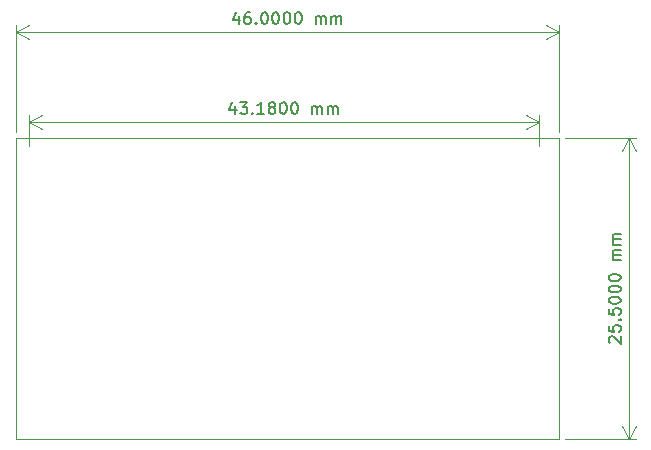
<source format=gbr>
%TF.GenerationSoftware,KiCad,Pcbnew,8.0.8*%
%TF.CreationDate,2025-03-02T20:19:54-05:00*%
%TF.ProjectId,VCU MPR V2.0,56435520-4d50-4522-9056-322e302e6b69,rev?*%
%TF.SameCoordinates,Original*%
%TF.FileFunction,Profile,NP*%
%FSLAX46Y46*%
G04 Gerber Fmt 4.6, Leading zero omitted, Abs format (unit mm)*
G04 Created by KiCad (PCBNEW 8.0.8) date 2025-03-02 20:19:54*
%MOMM*%
%LPD*%
G01*
G04 APERTURE LIST*
%TA.AperFunction,Profile*%
%ADD10C,0.050000*%
%TD*%
%ADD11C,0.150000*%
G04 APERTURE END LIST*
D10*
X75100000Y-49590000D02*
X121100000Y-49590000D01*
X121100000Y-75090000D01*
X75100000Y-75090000D01*
X75100000Y-49590000D01*
D11*
X125400057Y-66959046D02*
X125352438Y-66911427D01*
X125352438Y-66911427D02*
X125304819Y-66816189D01*
X125304819Y-66816189D02*
X125304819Y-66578094D01*
X125304819Y-66578094D02*
X125352438Y-66482856D01*
X125352438Y-66482856D02*
X125400057Y-66435237D01*
X125400057Y-66435237D02*
X125495295Y-66387618D01*
X125495295Y-66387618D02*
X125590533Y-66387618D01*
X125590533Y-66387618D02*
X125733390Y-66435237D01*
X125733390Y-66435237D02*
X126304819Y-67006665D01*
X126304819Y-67006665D02*
X126304819Y-66387618D01*
X125304819Y-65482856D02*
X125304819Y-65959046D01*
X125304819Y-65959046D02*
X125781009Y-66006665D01*
X125781009Y-66006665D02*
X125733390Y-65959046D01*
X125733390Y-65959046D02*
X125685771Y-65863808D01*
X125685771Y-65863808D02*
X125685771Y-65625713D01*
X125685771Y-65625713D02*
X125733390Y-65530475D01*
X125733390Y-65530475D02*
X125781009Y-65482856D01*
X125781009Y-65482856D02*
X125876247Y-65435237D01*
X125876247Y-65435237D02*
X126114342Y-65435237D01*
X126114342Y-65435237D02*
X126209580Y-65482856D01*
X126209580Y-65482856D02*
X126257200Y-65530475D01*
X126257200Y-65530475D02*
X126304819Y-65625713D01*
X126304819Y-65625713D02*
X126304819Y-65863808D01*
X126304819Y-65863808D02*
X126257200Y-65959046D01*
X126257200Y-65959046D02*
X126209580Y-66006665D01*
X126209580Y-65006665D02*
X126257200Y-64959046D01*
X126257200Y-64959046D02*
X126304819Y-65006665D01*
X126304819Y-65006665D02*
X126257200Y-65054284D01*
X126257200Y-65054284D02*
X126209580Y-65006665D01*
X126209580Y-65006665D02*
X126304819Y-65006665D01*
X125304819Y-64054285D02*
X125304819Y-64530475D01*
X125304819Y-64530475D02*
X125781009Y-64578094D01*
X125781009Y-64578094D02*
X125733390Y-64530475D01*
X125733390Y-64530475D02*
X125685771Y-64435237D01*
X125685771Y-64435237D02*
X125685771Y-64197142D01*
X125685771Y-64197142D02*
X125733390Y-64101904D01*
X125733390Y-64101904D02*
X125781009Y-64054285D01*
X125781009Y-64054285D02*
X125876247Y-64006666D01*
X125876247Y-64006666D02*
X126114342Y-64006666D01*
X126114342Y-64006666D02*
X126209580Y-64054285D01*
X126209580Y-64054285D02*
X126257200Y-64101904D01*
X126257200Y-64101904D02*
X126304819Y-64197142D01*
X126304819Y-64197142D02*
X126304819Y-64435237D01*
X126304819Y-64435237D02*
X126257200Y-64530475D01*
X126257200Y-64530475D02*
X126209580Y-64578094D01*
X125304819Y-63387618D02*
X125304819Y-63292380D01*
X125304819Y-63292380D02*
X125352438Y-63197142D01*
X125352438Y-63197142D02*
X125400057Y-63149523D01*
X125400057Y-63149523D02*
X125495295Y-63101904D01*
X125495295Y-63101904D02*
X125685771Y-63054285D01*
X125685771Y-63054285D02*
X125923866Y-63054285D01*
X125923866Y-63054285D02*
X126114342Y-63101904D01*
X126114342Y-63101904D02*
X126209580Y-63149523D01*
X126209580Y-63149523D02*
X126257200Y-63197142D01*
X126257200Y-63197142D02*
X126304819Y-63292380D01*
X126304819Y-63292380D02*
X126304819Y-63387618D01*
X126304819Y-63387618D02*
X126257200Y-63482856D01*
X126257200Y-63482856D02*
X126209580Y-63530475D01*
X126209580Y-63530475D02*
X126114342Y-63578094D01*
X126114342Y-63578094D02*
X125923866Y-63625713D01*
X125923866Y-63625713D02*
X125685771Y-63625713D01*
X125685771Y-63625713D02*
X125495295Y-63578094D01*
X125495295Y-63578094D02*
X125400057Y-63530475D01*
X125400057Y-63530475D02*
X125352438Y-63482856D01*
X125352438Y-63482856D02*
X125304819Y-63387618D01*
X125304819Y-62435237D02*
X125304819Y-62339999D01*
X125304819Y-62339999D02*
X125352438Y-62244761D01*
X125352438Y-62244761D02*
X125400057Y-62197142D01*
X125400057Y-62197142D02*
X125495295Y-62149523D01*
X125495295Y-62149523D02*
X125685771Y-62101904D01*
X125685771Y-62101904D02*
X125923866Y-62101904D01*
X125923866Y-62101904D02*
X126114342Y-62149523D01*
X126114342Y-62149523D02*
X126209580Y-62197142D01*
X126209580Y-62197142D02*
X126257200Y-62244761D01*
X126257200Y-62244761D02*
X126304819Y-62339999D01*
X126304819Y-62339999D02*
X126304819Y-62435237D01*
X126304819Y-62435237D02*
X126257200Y-62530475D01*
X126257200Y-62530475D02*
X126209580Y-62578094D01*
X126209580Y-62578094D02*
X126114342Y-62625713D01*
X126114342Y-62625713D02*
X125923866Y-62673332D01*
X125923866Y-62673332D02*
X125685771Y-62673332D01*
X125685771Y-62673332D02*
X125495295Y-62625713D01*
X125495295Y-62625713D02*
X125400057Y-62578094D01*
X125400057Y-62578094D02*
X125352438Y-62530475D01*
X125352438Y-62530475D02*
X125304819Y-62435237D01*
X125304819Y-61482856D02*
X125304819Y-61387618D01*
X125304819Y-61387618D02*
X125352438Y-61292380D01*
X125352438Y-61292380D02*
X125400057Y-61244761D01*
X125400057Y-61244761D02*
X125495295Y-61197142D01*
X125495295Y-61197142D02*
X125685771Y-61149523D01*
X125685771Y-61149523D02*
X125923866Y-61149523D01*
X125923866Y-61149523D02*
X126114342Y-61197142D01*
X126114342Y-61197142D02*
X126209580Y-61244761D01*
X126209580Y-61244761D02*
X126257200Y-61292380D01*
X126257200Y-61292380D02*
X126304819Y-61387618D01*
X126304819Y-61387618D02*
X126304819Y-61482856D01*
X126304819Y-61482856D02*
X126257200Y-61578094D01*
X126257200Y-61578094D02*
X126209580Y-61625713D01*
X126209580Y-61625713D02*
X126114342Y-61673332D01*
X126114342Y-61673332D02*
X125923866Y-61720951D01*
X125923866Y-61720951D02*
X125685771Y-61720951D01*
X125685771Y-61720951D02*
X125495295Y-61673332D01*
X125495295Y-61673332D02*
X125400057Y-61625713D01*
X125400057Y-61625713D02*
X125352438Y-61578094D01*
X125352438Y-61578094D02*
X125304819Y-61482856D01*
X126304819Y-59959046D02*
X125638152Y-59959046D01*
X125733390Y-59959046D02*
X125685771Y-59911427D01*
X125685771Y-59911427D02*
X125638152Y-59816189D01*
X125638152Y-59816189D02*
X125638152Y-59673332D01*
X125638152Y-59673332D02*
X125685771Y-59578094D01*
X125685771Y-59578094D02*
X125781009Y-59530475D01*
X125781009Y-59530475D02*
X126304819Y-59530475D01*
X125781009Y-59530475D02*
X125685771Y-59482856D01*
X125685771Y-59482856D02*
X125638152Y-59387618D01*
X125638152Y-59387618D02*
X125638152Y-59244761D01*
X125638152Y-59244761D02*
X125685771Y-59149522D01*
X125685771Y-59149522D02*
X125781009Y-59101903D01*
X125781009Y-59101903D02*
X126304819Y-59101903D01*
X126304819Y-58625713D02*
X125638152Y-58625713D01*
X125733390Y-58625713D02*
X125685771Y-58578094D01*
X125685771Y-58578094D02*
X125638152Y-58482856D01*
X125638152Y-58482856D02*
X125638152Y-58339999D01*
X125638152Y-58339999D02*
X125685771Y-58244761D01*
X125685771Y-58244761D02*
X125781009Y-58197142D01*
X125781009Y-58197142D02*
X126304819Y-58197142D01*
X125781009Y-58197142D02*
X125685771Y-58149523D01*
X125685771Y-58149523D02*
X125638152Y-58054285D01*
X125638152Y-58054285D02*
X125638152Y-57911428D01*
X125638152Y-57911428D02*
X125685771Y-57816189D01*
X125685771Y-57816189D02*
X125781009Y-57768570D01*
X125781009Y-57768570D02*
X126304819Y-57768570D01*
D10*
X121600000Y-75090000D02*
X127586420Y-75090000D01*
X121600000Y-49590000D02*
X127586420Y-49590000D01*
X127000000Y-75090000D02*
X127000000Y-49590000D01*
X127000000Y-75090000D02*
X127000000Y-49590000D01*
X127000000Y-75090000D02*
X126413579Y-73963496D01*
X127000000Y-75090000D02*
X127586421Y-73963496D01*
X127000000Y-49590000D02*
X127586421Y-50716504D01*
X127000000Y-49590000D02*
X126413579Y-50716504D01*
D11*
X93647143Y-46898153D02*
X93647143Y-47564820D01*
X93409048Y-46517201D02*
X93170953Y-47231486D01*
X93170953Y-47231486D02*
X93790000Y-47231486D01*
X94075715Y-46564820D02*
X94694762Y-46564820D01*
X94694762Y-46564820D02*
X94361429Y-46945772D01*
X94361429Y-46945772D02*
X94504286Y-46945772D01*
X94504286Y-46945772D02*
X94599524Y-46993391D01*
X94599524Y-46993391D02*
X94647143Y-47041010D01*
X94647143Y-47041010D02*
X94694762Y-47136248D01*
X94694762Y-47136248D02*
X94694762Y-47374343D01*
X94694762Y-47374343D02*
X94647143Y-47469581D01*
X94647143Y-47469581D02*
X94599524Y-47517201D01*
X94599524Y-47517201D02*
X94504286Y-47564820D01*
X94504286Y-47564820D02*
X94218572Y-47564820D01*
X94218572Y-47564820D02*
X94123334Y-47517201D01*
X94123334Y-47517201D02*
X94075715Y-47469581D01*
X95123334Y-47469581D02*
X95170953Y-47517201D01*
X95170953Y-47517201D02*
X95123334Y-47564820D01*
X95123334Y-47564820D02*
X95075715Y-47517201D01*
X95075715Y-47517201D02*
X95123334Y-47469581D01*
X95123334Y-47469581D02*
X95123334Y-47564820D01*
X96123333Y-47564820D02*
X95551905Y-47564820D01*
X95837619Y-47564820D02*
X95837619Y-46564820D01*
X95837619Y-46564820D02*
X95742381Y-46707677D01*
X95742381Y-46707677D02*
X95647143Y-46802915D01*
X95647143Y-46802915D02*
X95551905Y-46850534D01*
X96694762Y-46993391D02*
X96599524Y-46945772D01*
X96599524Y-46945772D02*
X96551905Y-46898153D01*
X96551905Y-46898153D02*
X96504286Y-46802915D01*
X96504286Y-46802915D02*
X96504286Y-46755296D01*
X96504286Y-46755296D02*
X96551905Y-46660058D01*
X96551905Y-46660058D02*
X96599524Y-46612439D01*
X96599524Y-46612439D02*
X96694762Y-46564820D01*
X96694762Y-46564820D02*
X96885238Y-46564820D01*
X96885238Y-46564820D02*
X96980476Y-46612439D01*
X96980476Y-46612439D02*
X97028095Y-46660058D01*
X97028095Y-46660058D02*
X97075714Y-46755296D01*
X97075714Y-46755296D02*
X97075714Y-46802915D01*
X97075714Y-46802915D02*
X97028095Y-46898153D01*
X97028095Y-46898153D02*
X96980476Y-46945772D01*
X96980476Y-46945772D02*
X96885238Y-46993391D01*
X96885238Y-46993391D02*
X96694762Y-46993391D01*
X96694762Y-46993391D02*
X96599524Y-47041010D01*
X96599524Y-47041010D02*
X96551905Y-47088629D01*
X96551905Y-47088629D02*
X96504286Y-47183867D01*
X96504286Y-47183867D02*
X96504286Y-47374343D01*
X96504286Y-47374343D02*
X96551905Y-47469581D01*
X96551905Y-47469581D02*
X96599524Y-47517201D01*
X96599524Y-47517201D02*
X96694762Y-47564820D01*
X96694762Y-47564820D02*
X96885238Y-47564820D01*
X96885238Y-47564820D02*
X96980476Y-47517201D01*
X96980476Y-47517201D02*
X97028095Y-47469581D01*
X97028095Y-47469581D02*
X97075714Y-47374343D01*
X97075714Y-47374343D02*
X97075714Y-47183867D01*
X97075714Y-47183867D02*
X97028095Y-47088629D01*
X97028095Y-47088629D02*
X96980476Y-47041010D01*
X96980476Y-47041010D02*
X96885238Y-46993391D01*
X97694762Y-46564820D02*
X97790000Y-46564820D01*
X97790000Y-46564820D02*
X97885238Y-46612439D01*
X97885238Y-46612439D02*
X97932857Y-46660058D01*
X97932857Y-46660058D02*
X97980476Y-46755296D01*
X97980476Y-46755296D02*
X98028095Y-46945772D01*
X98028095Y-46945772D02*
X98028095Y-47183867D01*
X98028095Y-47183867D02*
X97980476Y-47374343D01*
X97980476Y-47374343D02*
X97932857Y-47469581D01*
X97932857Y-47469581D02*
X97885238Y-47517201D01*
X97885238Y-47517201D02*
X97790000Y-47564820D01*
X97790000Y-47564820D02*
X97694762Y-47564820D01*
X97694762Y-47564820D02*
X97599524Y-47517201D01*
X97599524Y-47517201D02*
X97551905Y-47469581D01*
X97551905Y-47469581D02*
X97504286Y-47374343D01*
X97504286Y-47374343D02*
X97456667Y-47183867D01*
X97456667Y-47183867D02*
X97456667Y-46945772D01*
X97456667Y-46945772D02*
X97504286Y-46755296D01*
X97504286Y-46755296D02*
X97551905Y-46660058D01*
X97551905Y-46660058D02*
X97599524Y-46612439D01*
X97599524Y-46612439D02*
X97694762Y-46564820D01*
X98647143Y-46564820D02*
X98742381Y-46564820D01*
X98742381Y-46564820D02*
X98837619Y-46612439D01*
X98837619Y-46612439D02*
X98885238Y-46660058D01*
X98885238Y-46660058D02*
X98932857Y-46755296D01*
X98932857Y-46755296D02*
X98980476Y-46945772D01*
X98980476Y-46945772D02*
X98980476Y-47183867D01*
X98980476Y-47183867D02*
X98932857Y-47374343D01*
X98932857Y-47374343D02*
X98885238Y-47469581D01*
X98885238Y-47469581D02*
X98837619Y-47517201D01*
X98837619Y-47517201D02*
X98742381Y-47564820D01*
X98742381Y-47564820D02*
X98647143Y-47564820D01*
X98647143Y-47564820D02*
X98551905Y-47517201D01*
X98551905Y-47517201D02*
X98504286Y-47469581D01*
X98504286Y-47469581D02*
X98456667Y-47374343D01*
X98456667Y-47374343D02*
X98409048Y-47183867D01*
X98409048Y-47183867D02*
X98409048Y-46945772D01*
X98409048Y-46945772D02*
X98456667Y-46755296D01*
X98456667Y-46755296D02*
X98504286Y-46660058D01*
X98504286Y-46660058D02*
X98551905Y-46612439D01*
X98551905Y-46612439D02*
X98647143Y-46564820D01*
X100170953Y-47564820D02*
X100170953Y-46898153D01*
X100170953Y-46993391D02*
X100218572Y-46945772D01*
X100218572Y-46945772D02*
X100313810Y-46898153D01*
X100313810Y-46898153D02*
X100456667Y-46898153D01*
X100456667Y-46898153D02*
X100551905Y-46945772D01*
X100551905Y-46945772D02*
X100599524Y-47041010D01*
X100599524Y-47041010D02*
X100599524Y-47564820D01*
X100599524Y-47041010D02*
X100647143Y-46945772D01*
X100647143Y-46945772D02*
X100742381Y-46898153D01*
X100742381Y-46898153D02*
X100885238Y-46898153D01*
X100885238Y-46898153D02*
X100980477Y-46945772D01*
X100980477Y-46945772D02*
X101028096Y-47041010D01*
X101028096Y-47041010D02*
X101028096Y-47564820D01*
X101504286Y-47564820D02*
X101504286Y-46898153D01*
X101504286Y-46993391D02*
X101551905Y-46945772D01*
X101551905Y-46945772D02*
X101647143Y-46898153D01*
X101647143Y-46898153D02*
X101790000Y-46898153D01*
X101790000Y-46898153D02*
X101885238Y-46945772D01*
X101885238Y-46945772D02*
X101932857Y-47041010D01*
X101932857Y-47041010D02*
X101932857Y-47564820D01*
X101932857Y-47041010D02*
X101980476Y-46945772D01*
X101980476Y-46945772D02*
X102075714Y-46898153D01*
X102075714Y-46898153D02*
X102218571Y-46898153D01*
X102218571Y-46898153D02*
X102313810Y-46945772D01*
X102313810Y-46945772D02*
X102361429Y-47041010D01*
X102361429Y-47041010D02*
X102361429Y-47564820D01*
D10*
X119380000Y-50300000D02*
X119380000Y-47673581D01*
X76200000Y-50300000D02*
X76200000Y-47673581D01*
X119380000Y-48260001D02*
X76200000Y-48260001D01*
X119380000Y-48260001D02*
X76200000Y-48260001D01*
X119380000Y-48260001D02*
X118253496Y-48846422D01*
X119380000Y-48260001D02*
X118253496Y-47673580D01*
X76200000Y-48260001D02*
X77326504Y-47673580D01*
X76200000Y-48260001D02*
X77326504Y-48846422D01*
D11*
X93957143Y-39278152D02*
X93957143Y-39944819D01*
X93719048Y-38897200D02*
X93480953Y-39611485D01*
X93480953Y-39611485D02*
X94100000Y-39611485D01*
X94909524Y-38944819D02*
X94719048Y-38944819D01*
X94719048Y-38944819D02*
X94623810Y-38992438D01*
X94623810Y-38992438D02*
X94576191Y-39040057D01*
X94576191Y-39040057D02*
X94480953Y-39182914D01*
X94480953Y-39182914D02*
X94433334Y-39373390D01*
X94433334Y-39373390D02*
X94433334Y-39754342D01*
X94433334Y-39754342D02*
X94480953Y-39849580D01*
X94480953Y-39849580D02*
X94528572Y-39897200D01*
X94528572Y-39897200D02*
X94623810Y-39944819D01*
X94623810Y-39944819D02*
X94814286Y-39944819D01*
X94814286Y-39944819D02*
X94909524Y-39897200D01*
X94909524Y-39897200D02*
X94957143Y-39849580D01*
X94957143Y-39849580D02*
X95004762Y-39754342D01*
X95004762Y-39754342D02*
X95004762Y-39516247D01*
X95004762Y-39516247D02*
X94957143Y-39421009D01*
X94957143Y-39421009D02*
X94909524Y-39373390D01*
X94909524Y-39373390D02*
X94814286Y-39325771D01*
X94814286Y-39325771D02*
X94623810Y-39325771D01*
X94623810Y-39325771D02*
X94528572Y-39373390D01*
X94528572Y-39373390D02*
X94480953Y-39421009D01*
X94480953Y-39421009D02*
X94433334Y-39516247D01*
X95433334Y-39849580D02*
X95480953Y-39897200D01*
X95480953Y-39897200D02*
X95433334Y-39944819D01*
X95433334Y-39944819D02*
X95385715Y-39897200D01*
X95385715Y-39897200D02*
X95433334Y-39849580D01*
X95433334Y-39849580D02*
X95433334Y-39944819D01*
X96100000Y-38944819D02*
X96195238Y-38944819D01*
X96195238Y-38944819D02*
X96290476Y-38992438D01*
X96290476Y-38992438D02*
X96338095Y-39040057D01*
X96338095Y-39040057D02*
X96385714Y-39135295D01*
X96385714Y-39135295D02*
X96433333Y-39325771D01*
X96433333Y-39325771D02*
X96433333Y-39563866D01*
X96433333Y-39563866D02*
X96385714Y-39754342D01*
X96385714Y-39754342D02*
X96338095Y-39849580D01*
X96338095Y-39849580D02*
X96290476Y-39897200D01*
X96290476Y-39897200D02*
X96195238Y-39944819D01*
X96195238Y-39944819D02*
X96100000Y-39944819D01*
X96100000Y-39944819D02*
X96004762Y-39897200D01*
X96004762Y-39897200D02*
X95957143Y-39849580D01*
X95957143Y-39849580D02*
X95909524Y-39754342D01*
X95909524Y-39754342D02*
X95861905Y-39563866D01*
X95861905Y-39563866D02*
X95861905Y-39325771D01*
X95861905Y-39325771D02*
X95909524Y-39135295D01*
X95909524Y-39135295D02*
X95957143Y-39040057D01*
X95957143Y-39040057D02*
X96004762Y-38992438D01*
X96004762Y-38992438D02*
X96100000Y-38944819D01*
X97052381Y-38944819D02*
X97147619Y-38944819D01*
X97147619Y-38944819D02*
X97242857Y-38992438D01*
X97242857Y-38992438D02*
X97290476Y-39040057D01*
X97290476Y-39040057D02*
X97338095Y-39135295D01*
X97338095Y-39135295D02*
X97385714Y-39325771D01*
X97385714Y-39325771D02*
X97385714Y-39563866D01*
X97385714Y-39563866D02*
X97338095Y-39754342D01*
X97338095Y-39754342D02*
X97290476Y-39849580D01*
X97290476Y-39849580D02*
X97242857Y-39897200D01*
X97242857Y-39897200D02*
X97147619Y-39944819D01*
X97147619Y-39944819D02*
X97052381Y-39944819D01*
X97052381Y-39944819D02*
X96957143Y-39897200D01*
X96957143Y-39897200D02*
X96909524Y-39849580D01*
X96909524Y-39849580D02*
X96861905Y-39754342D01*
X96861905Y-39754342D02*
X96814286Y-39563866D01*
X96814286Y-39563866D02*
X96814286Y-39325771D01*
X96814286Y-39325771D02*
X96861905Y-39135295D01*
X96861905Y-39135295D02*
X96909524Y-39040057D01*
X96909524Y-39040057D02*
X96957143Y-38992438D01*
X96957143Y-38992438D02*
X97052381Y-38944819D01*
X98004762Y-38944819D02*
X98100000Y-38944819D01*
X98100000Y-38944819D02*
X98195238Y-38992438D01*
X98195238Y-38992438D02*
X98242857Y-39040057D01*
X98242857Y-39040057D02*
X98290476Y-39135295D01*
X98290476Y-39135295D02*
X98338095Y-39325771D01*
X98338095Y-39325771D02*
X98338095Y-39563866D01*
X98338095Y-39563866D02*
X98290476Y-39754342D01*
X98290476Y-39754342D02*
X98242857Y-39849580D01*
X98242857Y-39849580D02*
X98195238Y-39897200D01*
X98195238Y-39897200D02*
X98100000Y-39944819D01*
X98100000Y-39944819D02*
X98004762Y-39944819D01*
X98004762Y-39944819D02*
X97909524Y-39897200D01*
X97909524Y-39897200D02*
X97861905Y-39849580D01*
X97861905Y-39849580D02*
X97814286Y-39754342D01*
X97814286Y-39754342D02*
X97766667Y-39563866D01*
X97766667Y-39563866D02*
X97766667Y-39325771D01*
X97766667Y-39325771D02*
X97814286Y-39135295D01*
X97814286Y-39135295D02*
X97861905Y-39040057D01*
X97861905Y-39040057D02*
X97909524Y-38992438D01*
X97909524Y-38992438D02*
X98004762Y-38944819D01*
X98957143Y-38944819D02*
X99052381Y-38944819D01*
X99052381Y-38944819D02*
X99147619Y-38992438D01*
X99147619Y-38992438D02*
X99195238Y-39040057D01*
X99195238Y-39040057D02*
X99242857Y-39135295D01*
X99242857Y-39135295D02*
X99290476Y-39325771D01*
X99290476Y-39325771D02*
X99290476Y-39563866D01*
X99290476Y-39563866D02*
X99242857Y-39754342D01*
X99242857Y-39754342D02*
X99195238Y-39849580D01*
X99195238Y-39849580D02*
X99147619Y-39897200D01*
X99147619Y-39897200D02*
X99052381Y-39944819D01*
X99052381Y-39944819D02*
X98957143Y-39944819D01*
X98957143Y-39944819D02*
X98861905Y-39897200D01*
X98861905Y-39897200D02*
X98814286Y-39849580D01*
X98814286Y-39849580D02*
X98766667Y-39754342D01*
X98766667Y-39754342D02*
X98719048Y-39563866D01*
X98719048Y-39563866D02*
X98719048Y-39325771D01*
X98719048Y-39325771D02*
X98766667Y-39135295D01*
X98766667Y-39135295D02*
X98814286Y-39040057D01*
X98814286Y-39040057D02*
X98861905Y-38992438D01*
X98861905Y-38992438D02*
X98957143Y-38944819D01*
X100480953Y-39944819D02*
X100480953Y-39278152D01*
X100480953Y-39373390D02*
X100528572Y-39325771D01*
X100528572Y-39325771D02*
X100623810Y-39278152D01*
X100623810Y-39278152D02*
X100766667Y-39278152D01*
X100766667Y-39278152D02*
X100861905Y-39325771D01*
X100861905Y-39325771D02*
X100909524Y-39421009D01*
X100909524Y-39421009D02*
X100909524Y-39944819D01*
X100909524Y-39421009D02*
X100957143Y-39325771D01*
X100957143Y-39325771D02*
X101052381Y-39278152D01*
X101052381Y-39278152D02*
X101195238Y-39278152D01*
X101195238Y-39278152D02*
X101290477Y-39325771D01*
X101290477Y-39325771D02*
X101338096Y-39421009D01*
X101338096Y-39421009D02*
X101338096Y-39944819D01*
X101814286Y-39944819D02*
X101814286Y-39278152D01*
X101814286Y-39373390D02*
X101861905Y-39325771D01*
X101861905Y-39325771D02*
X101957143Y-39278152D01*
X101957143Y-39278152D02*
X102100000Y-39278152D01*
X102100000Y-39278152D02*
X102195238Y-39325771D01*
X102195238Y-39325771D02*
X102242857Y-39421009D01*
X102242857Y-39421009D02*
X102242857Y-39944819D01*
X102242857Y-39421009D02*
X102290476Y-39325771D01*
X102290476Y-39325771D02*
X102385714Y-39278152D01*
X102385714Y-39278152D02*
X102528571Y-39278152D01*
X102528571Y-39278152D02*
X102623810Y-39325771D01*
X102623810Y-39325771D02*
X102671429Y-39421009D01*
X102671429Y-39421009D02*
X102671429Y-39944819D01*
D10*
X75100000Y-49090000D02*
X75100000Y-40053580D01*
X121100000Y-49090000D02*
X121100000Y-40053580D01*
X75100000Y-40640000D02*
X121100000Y-40640000D01*
X75100000Y-40640000D02*
X121100000Y-40640000D01*
X75100000Y-40640000D02*
X76226504Y-40053579D01*
X75100000Y-40640000D02*
X76226504Y-41226421D01*
X121100000Y-40640000D02*
X119973496Y-41226421D01*
X121100000Y-40640000D02*
X119973496Y-40053579D01*
M02*

</source>
